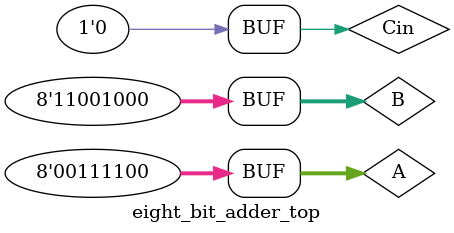
<source format=v>
module eight_bit_adder_top;

   reg [7:0] A;
   reg [7:0] B;
   reg Cin;

   wire [7:0] Sum;
   wire Carry;

   eight_bit_adder ADDER (A, B, Cin, Sum, Carry);

   always @ (A or B or Cin or Sum or Carry) begin
       $display("time=%d:%b+ %b + %b = %b, carry = %b\n",$time,A,B,Cin,sum,carry);
   end

   initial begin
      A = 100; B = 100; Cin = 1;
      #1
      $display("\n");
      A = 200; B = 200; Cin = 0;
      #1
      $display("\n");
      A = 20; B = 200; Cin = 0;
      #1
      $display("\n");
      A = 30;B = 200;Cin = 0;
      #1
      $display("\n");
      A = 40;B = 200;Cin = 1;
      #1
      $display("\n");
      A = 50;B = 200;Cin = 0;
      #1
      $display("\n");
      A = 50;B = 90;Cin = 1;
      #1
      $display("\n");
      A = 50;B = 80;Cin = 0;
      #1
      $display("\n");
      A = 50;B = 70;Cin = 0;
      #1
      $display("\n");
      A = 60;B = 200;Cin = 0;
      #1
      $display("\n");
   end

endmodule
</source>
